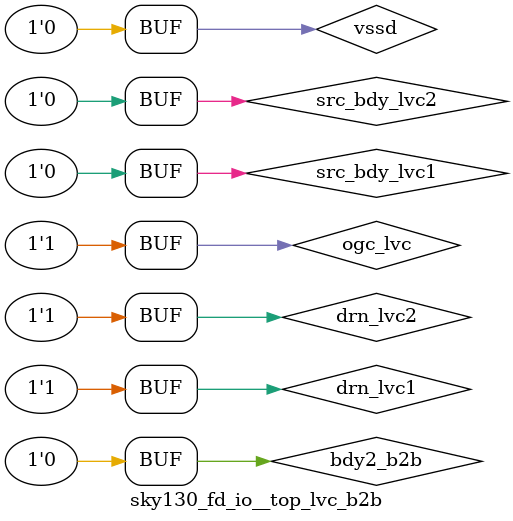
<source format=v>
/**
 * Copyright 2020 The SkyWater PDK Authors
 *
 * Licensed under the Apache License, Version 2.0 (the "License");
 * you may not use this file except in compliance with the License.
 * You may obtain a copy of the License at
 *
 *     https://www.apache.org/licenses/LICENSE-2.0
 *
 * Unless required by applicable law or agreed to in writing, software
 * distributed under the License is distributed on an "AS IS" BASIS,
 * WITHOUT WARRANTIES OR CONDITIONS OF ANY KIND, either express or implied.
 * See the License for the specific language governing permissions and
 * limitations under the License.
 *
 * SPDX-License-Identifier: Apache-2.0
 */

`ifndef SKY130_FD_IO__TOP_LVC_B2B_V
`define SKY130_FD_IO__TOP_LVC_B2B_V

/**
 * top_lvc_b2b:  Back-to-back ground domain joining diodes, standalone
 *
 * Verilog top module.
 */

`timescale 1ns / 1ps
`default_nettype none

module sky130_fd_io__top_lvc_b2b ( 
`ifdef USE_POWER_PINS
bdy2_b2b, drn_lvc1, drn_lvc2, ogc_lvc, src_bdy_lvc1, src_bdy_lvc2, vssd
`endif	// USE_POWER_PINS
 );

`ifdef USE_POWER_PINS
  inout src_bdy_lvc1;
  inout src_bdy_lvc2;
  inout ogc_lvc;
  inout drn_lvc1;
  inout bdy2_b2b;
  inout drn_lvc2;
  inout vssd;
`else	// USE_POWER_PINS
  supply0 src_bdy_lvc1;
  supply0 src_bdy_lvc2;
  supply1 ogc_lvc;
  supply1 drn_lvc1;
  supply0 bdy2_b2b;
  supply0 vssd;
  supply1 drn_lvc2;
`endif	// USE_POWER_PINS


endmodule

`default_nettype wire
`endif  // SKY130_FD_IO__TOP_LVC_B2B_V

</source>
